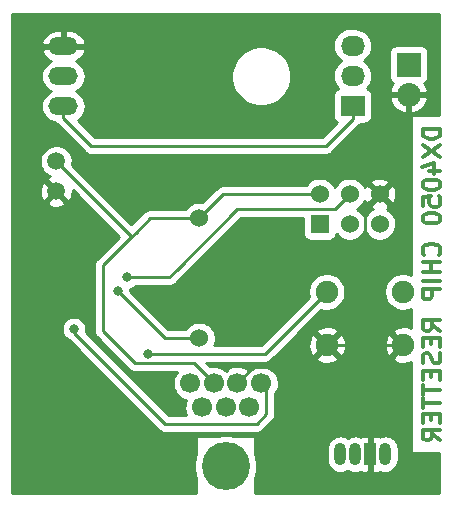
<source format=gbr>
G04 #@! TF.GenerationSoftware,KiCad,Pcbnew,(2017-09-19 revision dddaa7e69)-makepkg*
G04 #@! TF.CreationDate,2017-11-10T03:38:53+01:00*
G04 #@! TF.ProjectId,EPSON_STYLUS_DX4050_INK_CHIP_RESETTER,4550534F4E5F5354594C55535F445834,1*
G04 #@! TF.SameCoordinates,Original*
G04 #@! TF.FileFunction,Copper,L2,Bot,Signal*
G04 #@! TF.FilePolarity,Positive*
%FSLAX46Y46*%
G04 Gerber Fmt 4.6, Leading zero omitted, Abs format (unit mm)*
G04 Created by KiCad (PCBNEW (2017-09-19 revision dddaa7e69)-makepkg) date 11/10/17 03:38:53*
%MOMM*%
%LPD*%
G01*
G04 APERTURE LIST*
%ADD10C,0.300000*%
%ADD11C,1.905000*%
%ADD12C,1.524000*%
%ADD13R,2.032000X2.032000*%
%ADD14O,2.032000X2.032000*%
%ADD15R,2.032000X1.727200*%
%ADD16O,2.032000X1.727200*%
%ADD17O,2.499360X1.501140*%
%ADD18C,1.501140*%
%ADD19R,1.524000X1.524000*%
%ADD20C,1.700000*%
%ADD21O,1.000000X1.900000*%
%ADD22R,1.000000X1.900000*%
%ADD23C,4.064000*%
%ADD24C,0.800000*%
%ADD25C,0.250000*%
%ADD26C,0.254000*%
%ADD27C,0.256000*%
G04 APERTURE END LIST*
D10*
X170428571Y-93957142D02*
X168928571Y-93957142D01*
X168928571Y-94314285D01*
X169000000Y-94528571D01*
X169142857Y-94671428D01*
X169285714Y-94742857D01*
X169571428Y-94814285D01*
X169785714Y-94814285D01*
X170071428Y-94742857D01*
X170214285Y-94671428D01*
X170357142Y-94528571D01*
X170428571Y-94314285D01*
X170428571Y-93957142D01*
X168928571Y-95314285D02*
X170428571Y-96314285D01*
X168928571Y-96314285D02*
X170428571Y-95314285D01*
X169428571Y-97528571D02*
X170428571Y-97528571D01*
X168857142Y-97171428D02*
X169928571Y-96814285D01*
X169928571Y-97742857D01*
X168928571Y-98600000D02*
X168928571Y-98742857D01*
X169000000Y-98885714D01*
X169071428Y-98957142D01*
X169214285Y-99028571D01*
X169500000Y-99100000D01*
X169857142Y-99100000D01*
X170142857Y-99028571D01*
X170285714Y-98957142D01*
X170357142Y-98885714D01*
X170428571Y-98742857D01*
X170428571Y-98600000D01*
X170357142Y-98457142D01*
X170285714Y-98385714D01*
X170142857Y-98314285D01*
X169857142Y-98242857D01*
X169500000Y-98242857D01*
X169214285Y-98314285D01*
X169071428Y-98385714D01*
X169000000Y-98457142D01*
X168928571Y-98600000D01*
X168928571Y-100457142D02*
X168928571Y-99742857D01*
X169642857Y-99671428D01*
X169571428Y-99742857D01*
X169500000Y-99885714D01*
X169500000Y-100242857D01*
X169571428Y-100385714D01*
X169642857Y-100457142D01*
X169785714Y-100528571D01*
X170142857Y-100528571D01*
X170285714Y-100457142D01*
X170357142Y-100385714D01*
X170428571Y-100242857D01*
X170428571Y-99885714D01*
X170357142Y-99742857D01*
X170285714Y-99671428D01*
X168928571Y-101457142D02*
X168928571Y-101600000D01*
X169000000Y-101742857D01*
X169071428Y-101814285D01*
X169214285Y-101885714D01*
X169500000Y-101957142D01*
X169857142Y-101957142D01*
X170142857Y-101885714D01*
X170285714Y-101814285D01*
X170357142Y-101742857D01*
X170428571Y-101600000D01*
X170428571Y-101457142D01*
X170357142Y-101314285D01*
X170285714Y-101242857D01*
X170142857Y-101171428D01*
X169857142Y-101100000D01*
X169500000Y-101100000D01*
X169214285Y-101171428D01*
X169071428Y-101242857D01*
X169000000Y-101314285D01*
X168928571Y-101457142D01*
X170285714Y-104600000D02*
X170357142Y-104528571D01*
X170428571Y-104314285D01*
X170428571Y-104171428D01*
X170357142Y-103957142D01*
X170214285Y-103814285D01*
X170071428Y-103742857D01*
X169785714Y-103671428D01*
X169571428Y-103671428D01*
X169285714Y-103742857D01*
X169142857Y-103814285D01*
X169000000Y-103957142D01*
X168928571Y-104171428D01*
X168928571Y-104314285D01*
X169000000Y-104528571D01*
X169071428Y-104600000D01*
X170428571Y-105242857D02*
X168928571Y-105242857D01*
X169642857Y-105242857D02*
X169642857Y-106100000D01*
X170428571Y-106100000D02*
X168928571Y-106100000D01*
X170428571Y-106814285D02*
X168928571Y-106814285D01*
X170428571Y-107528571D02*
X168928571Y-107528571D01*
X168928571Y-108100000D01*
X169000000Y-108242857D01*
X169071428Y-108314285D01*
X169214285Y-108385714D01*
X169428571Y-108385714D01*
X169571428Y-108314285D01*
X169642857Y-108242857D01*
X169714285Y-108100000D01*
X169714285Y-107528571D01*
X170428571Y-111028571D02*
X169714285Y-110528571D01*
X170428571Y-110171428D02*
X168928571Y-110171428D01*
X168928571Y-110742857D01*
X169000000Y-110885714D01*
X169071428Y-110957142D01*
X169214285Y-111028571D01*
X169428571Y-111028571D01*
X169571428Y-110957142D01*
X169642857Y-110885714D01*
X169714285Y-110742857D01*
X169714285Y-110171428D01*
X169642857Y-111671428D02*
X169642857Y-112171428D01*
X170428571Y-112385714D02*
X170428571Y-111671428D01*
X168928571Y-111671428D01*
X168928571Y-112385714D01*
X170357142Y-112957142D02*
X170428571Y-113171428D01*
X170428571Y-113528571D01*
X170357142Y-113671428D01*
X170285714Y-113742857D01*
X170142857Y-113814285D01*
X170000000Y-113814285D01*
X169857142Y-113742857D01*
X169785714Y-113671428D01*
X169714285Y-113528571D01*
X169642857Y-113242857D01*
X169571428Y-113100000D01*
X169500000Y-113028571D01*
X169357142Y-112957142D01*
X169214285Y-112957142D01*
X169071428Y-113028571D01*
X169000000Y-113100000D01*
X168928571Y-113242857D01*
X168928571Y-113600000D01*
X169000000Y-113814285D01*
X169642857Y-114457142D02*
X169642857Y-114957142D01*
X170428571Y-115171428D02*
X170428571Y-114457142D01*
X168928571Y-114457142D01*
X168928571Y-115171428D01*
X168928571Y-115600000D02*
X168928571Y-116457142D01*
X170428571Y-116028571D02*
X168928571Y-116028571D01*
X168928571Y-116742857D02*
X168928571Y-117600000D01*
X170428571Y-117171428D02*
X168928571Y-117171428D01*
X169642857Y-118100000D02*
X169642857Y-118600000D01*
X170428571Y-118814285D02*
X170428571Y-118100000D01*
X168928571Y-118100000D01*
X168928571Y-118814285D01*
X170428571Y-120314285D02*
X169714285Y-119814285D01*
X170428571Y-119457142D02*
X168928571Y-119457142D01*
X168928571Y-120028571D01*
X169000000Y-120171428D01*
X169071428Y-120242857D01*
X169214285Y-120314285D01*
X169428571Y-120314285D01*
X169571428Y-120242857D01*
X169642857Y-120171428D01*
X169714285Y-120028571D01*
X169714285Y-119457142D01*
D11*
X167248660Y-107752100D03*
X160802140Y-107752100D03*
X167299460Y-112247900D03*
X160850400Y-112247900D03*
D12*
X150000000Y-101520000D03*
X150000000Y-111680000D03*
D13*
X167750000Y-88500000D03*
D14*
X167750000Y-91040000D03*
D15*
X163000000Y-92000000D03*
D16*
X163000000Y-89460000D03*
X163000000Y-86920000D03*
D17*
X138500000Y-89500000D03*
X138500000Y-86960000D03*
X138500000Y-92040000D03*
D18*
X137900000Y-99240000D03*
X137900000Y-96700000D03*
D19*
X160210000Y-102020000D03*
D12*
X160210000Y-99480000D03*
X162750000Y-102020000D03*
X162750000Y-99480000D03*
X165290000Y-102020000D03*
X165290000Y-99480000D03*
D20*
X155250000Y-115500000D03*
X153250000Y-115500000D03*
X151250000Y-115500000D03*
X149250000Y-115500000D03*
X154250000Y-117500000D03*
X152250000Y-117500000D03*
X150250000Y-117500000D03*
D21*
X165750000Y-121500000D03*
D22*
X164480000Y-121500000D03*
D21*
X163210000Y-121500000D03*
X161940000Y-121500000D03*
D23*
X152250000Y-122500000D03*
D24*
X145700000Y-112974500D03*
X143100000Y-107700000D03*
X143900000Y-106500000D03*
X139400000Y-110900000D03*
D25*
X155554200Y-113000000D02*
X145725500Y-113000000D01*
X145725500Y-113000000D02*
X145700000Y-112974500D01*
D26*
X160802100Y-107752100D02*
X155554200Y-113000000D01*
D25*
X138500000Y-86960000D02*
X137000320Y-86960000D01*
X137000320Y-86960000D02*
X136300000Y-87660320D01*
X136300000Y-87660320D02*
X136300000Y-97800000D01*
X136300000Y-97800000D02*
X137740000Y-99240000D01*
X137740000Y-99240000D02*
X137900000Y-99240000D01*
D26*
X138500000Y-87300000D02*
X138500000Y-86960000D01*
D25*
X164500000Y-112247900D02*
X164000000Y-112247900D01*
X164000000Y-112247900D02*
X160850400Y-112247900D01*
X164025400Y-111407300D02*
X164025400Y-112222500D01*
X164025400Y-112222500D02*
X164000000Y-112247900D01*
X167299460Y-112247900D02*
X164500000Y-112247900D01*
X164480000Y-121500000D02*
X164480000Y-120300000D01*
X164480000Y-120300000D02*
X164500000Y-120280000D01*
X164500000Y-120280000D02*
X164500000Y-112247900D01*
D26*
X154632200Y-114117800D02*
X153250000Y-115500000D01*
X158980500Y-114117800D02*
X154632200Y-114117800D01*
X160850400Y-112247900D02*
X158980500Y-114117800D01*
X164025400Y-100744600D02*
X164025400Y-111407300D01*
X165290000Y-99480000D02*
X164025400Y-100744600D01*
D25*
X137900000Y-96700000D02*
X144247600Y-103047600D01*
X144247600Y-103047600D02*
X144300000Y-103047600D01*
D26*
X144623800Y-102723800D02*
X144300000Y-103047600D01*
X144300000Y-103047600D02*
X141869400Y-105478200D01*
X141869400Y-105478200D02*
X141869400Y-111069400D01*
X141869400Y-111069400D02*
X144600000Y-113800000D01*
X144600000Y-113800000D02*
X149550000Y-113800000D01*
X149550000Y-113800000D02*
X151250000Y-115500000D01*
X152040000Y-99480000D02*
X150000000Y-101520000D01*
X160210000Y-99480000D02*
X152040000Y-99480000D01*
X145827600Y-101520000D02*
X144623800Y-102723800D01*
X150000000Y-101520000D02*
X145827600Y-101520000D01*
D25*
X150000000Y-111680000D02*
X147080000Y-111680000D01*
X147080000Y-111680000D02*
X143100000Y-107700000D01*
X138500000Y-92040000D02*
X138500000Y-93040570D01*
X160713600Y-95400000D02*
X163000000Y-93113600D01*
X138500000Y-93040570D02*
X140859430Y-95400000D01*
X140859430Y-95400000D02*
X160713600Y-95400000D01*
X163000000Y-93113600D02*
X163000000Y-92000000D01*
X148115900Y-105869300D02*
X147485200Y-106500000D01*
X147485200Y-106500000D02*
X143900000Y-106500000D01*
D26*
X162750000Y-99480000D02*
X161480000Y-100750000D01*
X161480000Y-100750000D02*
X153235200Y-100750000D01*
X153235200Y-100750000D02*
X148115900Y-105869300D01*
D25*
X147098800Y-118933700D02*
X147098800Y-118898800D01*
X147098800Y-118898800D02*
X139400000Y-111200000D01*
X139400000Y-111200000D02*
X139400000Y-110900000D01*
D26*
X155250000Y-115500000D02*
X155700000Y-115950000D01*
X155700000Y-115950000D02*
X155700000Y-118100000D01*
X155700000Y-118100000D02*
X154866300Y-118933700D01*
X154866300Y-118933700D02*
X147098800Y-118933700D01*
D27*
G36*
X170314000Y-92814000D02*
X167959000Y-92814000D01*
X167959000Y-106327485D01*
X167720665Y-106227298D01*
X167415507Y-106164658D01*
X167103994Y-106162483D01*
X166797991Y-106220856D01*
X166509153Y-106337554D01*
X166248484Y-106508132D01*
X166025911Y-106726091D01*
X165849912Y-106983132D01*
X165727190Y-107269461D01*
X165662422Y-107574175D01*
X165658072Y-107885665D01*
X165714308Y-108192068D01*
X165828986Y-108481713D01*
X165997739Y-108743567D01*
X166214140Y-108967657D01*
X166469945Y-109145446D01*
X166755411Y-109270163D01*
X167059665Y-109337058D01*
X167371118Y-109343582D01*
X167677906Y-109289487D01*
X167959000Y-109180457D01*
X167959000Y-110802326D01*
X167851208Y-110750107D01*
X167548401Y-110671246D01*
X167236028Y-110652975D01*
X166926092Y-110695996D01*
X166630505Y-110798656D01*
X166466109Y-110886527D01*
X166376225Y-111146474D01*
X167299460Y-112069709D01*
X167313602Y-112055567D01*
X167491793Y-112233758D01*
X167477651Y-112247900D01*
X167491793Y-112262042D01*
X167313602Y-112440233D01*
X167299460Y-112426091D01*
X166376225Y-113349326D01*
X166466109Y-113609273D01*
X166747712Y-113745693D01*
X167050519Y-113824554D01*
X167362892Y-113842825D01*
X167672828Y-113799804D01*
X167959000Y-113700414D01*
X167959000Y-121386000D01*
X170314000Y-121386000D01*
X170314000Y-124814000D01*
X154725215Y-124814000D01*
X154728000Y-124800000D01*
X154728000Y-123494128D01*
X154793850Y-123346226D01*
X154909769Y-122836007D01*
X154918114Y-122238389D01*
X154816486Y-121725132D01*
X154728000Y-121510448D01*
X154728000Y-121042326D01*
X160804000Y-121042326D01*
X160804000Y-121957674D01*
X160825635Y-122178324D01*
X160889716Y-122390570D01*
X160993801Y-122586327D01*
X161133928Y-122758138D01*
X161304757Y-122899461D01*
X161499782Y-123004911D01*
X161711575Y-123070471D01*
X161932069Y-123093646D01*
X162152865Y-123073552D01*
X162365553Y-123010955D01*
X162562032Y-122908238D01*
X162573866Y-122898724D01*
X162574757Y-122899461D01*
X162769782Y-123004911D01*
X162981575Y-123070471D01*
X163202069Y-123093646D01*
X163422865Y-123073552D01*
X163635553Y-123010955D01*
X163657549Y-122999456D01*
X163678741Y-123013616D01*
X163794485Y-123061559D01*
X163917359Y-123086000D01*
X164195000Y-123086000D01*
X164354000Y-122927000D01*
X164354000Y-121626000D01*
X164346000Y-121626000D01*
X164346000Y-121374000D01*
X164354000Y-121374000D01*
X164354000Y-120073000D01*
X164606000Y-120073000D01*
X164606000Y-121374000D01*
X164614000Y-121374000D01*
X164614000Y-121626000D01*
X164606000Y-121626000D01*
X164606000Y-122927000D01*
X164765000Y-123086000D01*
X165042641Y-123086000D01*
X165165515Y-123061559D01*
X165281259Y-123013616D01*
X165301217Y-123000280D01*
X165309782Y-123004911D01*
X165521575Y-123070471D01*
X165742069Y-123093646D01*
X165962865Y-123073552D01*
X166175553Y-123010955D01*
X166372032Y-122908238D01*
X166544818Y-122769315D01*
X166687329Y-122599477D01*
X166794138Y-122405192D01*
X166861176Y-122193862D01*
X166885889Y-121973535D01*
X166886000Y-121957674D01*
X166886000Y-121042326D01*
X166864365Y-120821676D01*
X166800284Y-120609430D01*
X166696199Y-120413673D01*
X166556072Y-120241862D01*
X166385243Y-120100539D01*
X166190218Y-119995089D01*
X165978425Y-119929529D01*
X165757931Y-119906354D01*
X165537135Y-119926448D01*
X165324447Y-119989045D01*
X165302451Y-120000544D01*
X165281259Y-119986384D01*
X165165515Y-119938441D01*
X165042641Y-119914000D01*
X164765000Y-119914000D01*
X164606000Y-120073000D01*
X164354000Y-120073000D01*
X164195000Y-119914000D01*
X163917359Y-119914000D01*
X163794485Y-119938441D01*
X163678741Y-119986384D01*
X163658783Y-119999720D01*
X163650218Y-119995089D01*
X163438425Y-119929529D01*
X163217931Y-119906354D01*
X162997135Y-119926448D01*
X162784447Y-119989045D01*
X162587968Y-120091762D01*
X162576134Y-120101276D01*
X162575243Y-120100539D01*
X162380218Y-119995089D01*
X162168425Y-119929529D01*
X161947931Y-119906354D01*
X161727135Y-119926448D01*
X161514447Y-119989045D01*
X161317968Y-120091762D01*
X161145182Y-120230685D01*
X161002671Y-120400523D01*
X160895862Y-120594808D01*
X160828824Y-120806138D01*
X160804111Y-121026465D01*
X160804000Y-121042326D01*
X154728000Y-121042326D01*
X154728000Y-120100000D01*
X154718257Y-120051017D01*
X154690510Y-120009490D01*
X154648983Y-119981743D01*
X154600000Y-119972000D01*
X153121303Y-119972000D01*
X153042766Y-119938986D01*
X152530231Y-119833777D01*
X152007022Y-119830125D01*
X151493068Y-119928167D01*
X151384577Y-119972000D01*
X149900000Y-119972000D01*
X149851017Y-119981743D01*
X149809490Y-120009490D01*
X149781743Y-120051017D01*
X149772000Y-120100000D01*
X149772000Y-121508746D01*
X149694583Y-121689374D01*
X149585799Y-122201162D01*
X149578493Y-122724333D01*
X149672945Y-123238959D01*
X149772000Y-123489143D01*
X149772000Y-124800000D01*
X149774785Y-124814000D01*
X134186000Y-124814000D01*
X134186000Y-100197303D01*
X137120888Y-100197303D01*
X137186343Y-100436629D01*
X137433507Y-100552863D01*
X137698597Y-100618645D01*
X137971427Y-100631447D01*
X138241512Y-100590775D01*
X138498473Y-100498195D01*
X138613657Y-100436629D01*
X138679112Y-100197303D01*
X137900000Y-99418191D01*
X137120888Y-100197303D01*
X134186000Y-100197303D01*
X134186000Y-99311427D01*
X136508553Y-99311427D01*
X136549225Y-99581512D01*
X136641805Y-99838473D01*
X136703371Y-99953657D01*
X136942697Y-100019112D01*
X137721809Y-99240000D01*
X136942697Y-98460888D01*
X136703371Y-98526343D01*
X136587137Y-98773507D01*
X136521355Y-99038597D01*
X136508553Y-99311427D01*
X134186000Y-99311427D01*
X134186000Y-96816587D01*
X136511607Y-96816587D01*
X136560694Y-97084040D01*
X136660795Y-97336865D01*
X136808096Y-97565432D01*
X136996988Y-97761035D01*
X137220275Y-97916224D01*
X137339264Y-97968209D01*
X137301527Y-97981805D01*
X137186343Y-98043371D01*
X137120888Y-98282697D01*
X137900000Y-99061809D01*
X137914142Y-99047667D01*
X138092333Y-99225858D01*
X138078191Y-99240000D01*
X138857303Y-100019112D01*
X139096629Y-99953657D01*
X139212863Y-99706493D01*
X139278645Y-99441403D01*
X139291447Y-99168573D01*
X139291286Y-99167502D01*
X143196170Y-103072386D01*
X141329878Y-104938678D01*
X141285176Y-104993099D01*
X141239838Y-105047130D01*
X141237904Y-105050647D01*
X141235359Y-105053746D01*
X141202051Y-105115865D01*
X141168100Y-105177622D01*
X141166888Y-105181444D01*
X141164990Y-105184983D01*
X141144383Y-105252386D01*
X141123073Y-105319563D01*
X141122625Y-105323553D01*
X141121453Y-105327388D01*
X141114336Y-105397454D01*
X141106474Y-105467547D01*
X141106419Y-105475394D01*
X141106405Y-105475537D01*
X141106418Y-105475670D01*
X141106400Y-105478200D01*
X141106400Y-111069400D01*
X141113278Y-111139544D01*
X141119420Y-111209755D01*
X141120540Y-111213608D01*
X141120931Y-111217601D01*
X141141305Y-111285084D01*
X141160965Y-111352753D01*
X141162811Y-111356314D01*
X141163971Y-111360157D01*
X141197063Y-111422394D01*
X141229494Y-111484960D01*
X141231998Y-111488097D01*
X141233881Y-111491638D01*
X141278404Y-111546228D01*
X141322397Y-111601337D01*
X141327903Y-111606920D01*
X141327998Y-111607036D01*
X141328106Y-111607125D01*
X141329878Y-111608922D01*
X144060478Y-114339523D01*
X144114934Y-114384253D01*
X144168930Y-114429562D01*
X144172446Y-114431495D01*
X144175547Y-114434042D01*
X144237683Y-114467359D01*
X144299422Y-114501300D01*
X144303244Y-114502512D01*
X144306783Y-114504410D01*
X144374186Y-114525017D01*
X144441363Y-114546327D01*
X144445353Y-114546775D01*
X144449188Y-114547947D01*
X144519254Y-114555064D01*
X144589347Y-114562926D01*
X144597194Y-114562981D01*
X144597337Y-114562995D01*
X144597470Y-114562982D01*
X144600000Y-114563000D01*
X148090536Y-114563000D01*
X147941508Y-114780650D01*
X147826705Y-115048504D01*
X147766116Y-115333556D01*
X147762047Y-115624947D01*
X147814654Y-115911579D01*
X147921932Y-116182534D01*
X148079797Y-116427492D01*
X148282234Y-116637121D01*
X148521533Y-116803439D01*
X148788579Y-116920108D01*
X148873713Y-116938826D01*
X148826705Y-117048504D01*
X148766116Y-117333556D01*
X148762047Y-117624947D01*
X148814654Y-117911579D01*
X148917247Y-118170700D01*
X147446917Y-118170700D01*
X140409456Y-111133240D01*
X140432804Y-111030474D01*
X140436045Y-110798415D01*
X140396582Y-110599114D01*
X140319160Y-110411274D01*
X140206727Y-110242049D01*
X140063567Y-110097886D01*
X139895131Y-109984274D01*
X139707836Y-109905543D01*
X139508815Y-109864690D01*
X139305650Y-109863271D01*
X139106079Y-109901342D01*
X138917703Y-109977451D01*
X138747697Y-110088699D01*
X138602538Y-110230850D01*
X138487753Y-110398488D01*
X138407716Y-110585229D01*
X138365475Y-110783959D01*
X138362638Y-110987110D01*
X138399314Y-111186942D01*
X138474106Y-111375845D01*
X138584165Y-111546623D01*
X138725299Y-111692771D01*
X138892132Y-111808723D01*
X138963832Y-111840048D01*
X146443999Y-119320216D01*
X146460349Y-119351491D01*
X146553657Y-119467543D01*
X146667730Y-119563262D01*
X146798222Y-119635000D01*
X146940163Y-119680027D01*
X147088147Y-119696626D01*
X147098800Y-119696700D01*
X154866300Y-119696700D01*
X154936444Y-119689822D01*
X155006655Y-119683680D01*
X155010508Y-119682560D01*
X155014501Y-119682169D01*
X155081984Y-119661795D01*
X155149653Y-119642135D01*
X155153214Y-119640289D01*
X155157057Y-119639129D01*
X155219294Y-119606037D01*
X155281860Y-119573606D01*
X155284997Y-119571102D01*
X155288538Y-119569219D01*
X155343128Y-119524696D01*
X155398237Y-119480703D01*
X155403820Y-119475197D01*
X155403936Y-119475102D01*
X155404025Y-119474994D01*
X155405822Y-119473222D01*
X156239523Y-118639522D01*
X156284253Y-118585066D01*
X156329562Y-118531070D01*
X156331495Y-118527554D01*
X156334042Y-118524453D01*
X156367359Y-118462317D01*
X156401300Y-118400578D01*
X156402512Y-118396756D01*
X156404410Y-118393217D01*
X156425017Y-118325814D01*
X156446327Y-118258637D01*
X156446775Y-118254647D01*
X156447947Y-118250812D01*
X156455064Y-118180746D01*
X156462926Y-118110653D01*
X156462981Y-118102806D01*
X156462995Y-118102663D01*
X156462982Y-118102530D01*
X156463000Y-118100000D01*
X156463000Y-116358499D01*
X156548321Y-116237549D01*
X156666852Y-115971324D01*
X156731416Y-115687146D01*
X156736064Y-115354290D01*
X156679460Y-115068421D01*
X156568409Y-114798990D01*
X156407139Y-114556260D01*
X156201795Y-114349477D01*
X155960197Y-114186518D01*
X155691548Y-114073588D01*
X155406081Y-114014990D01*
X155114668Y-114012955D01*
X154828411Y-114067562D01*
X154558211Y-114176730D01*
X154314361Y-114336300D01*
X154255124Y-114394310D01*
X154216310Y-114355496D01*
X154100102Y-114471704D01*
X154022608Y-114222232D01*
X153758483Y-114096056D01*
X153474816Y-114023833D01*
X153182510Y-114008338D01*
X152892798Y-114050167D01*
X152616813Y-114147711D01*
X152477392Y-114222232D01*
X152399898Y-114471704D01*
X152283690Y-114355496D01*
X152245599Y-114393587D01*
X152201795Y-114349477D01*
X151960197Y-114186518D01*
X151691548Y-114073588D01*
X151406081Y-114014990D01*
X151114668Y-114012955D01*
X150885681Y-114056637D01*
X150590044Y-113761000D01*
X155528186Y-113761000D01*
X155546210Y-113762958D01*
X155694555Y-113749980D01*
X155837553Y-113708435D01*
X155969760Y-113639906D01*
X156086137Y-113547003D01*
X156093722Y-113539522D01*
X156283918Y-113349326D01*
X159927165Y-113349326D01*
X160017049Y-113609273D01*
X160298652Y-113745693D01*
X160601459Y-113824554D01*
X160913832Y-113842825D01*
X161223768Y-113799804D01*
X161519355Y-113697144D01*
X161683751Y-113609273D01*
X161773635Y-113349326D01*
X160850400Y-112426091D01*
X159927165Y-113349326D01*
X156283918Y-113349326D01*
X157321912Y-112311332D01*
X159255475Y-112311332D01*
X159298496Y-112621268D01*
X159401156Y-112916855D01*
X159489027Y-113081251D01*
X159748974Y-113171135D01*
X160672209Y-112247900D01*
X161028591Y-112247900D01*
X161951826Y-113171135D01*
X162211773Y-113081251D01*
X162348193Y-112799648D01*
X162427054Y-112496841D01*
X162437904Y-112311332D01*
X165704535Y-112311332D01*
X165747556Y-112621268D01*
X165850216Y-112916855D01*
X165938087Y-113081251D01*
X166198034Y-113171135D01*
X167121269Y-112247900D01*
X166198034Y-111324665D01*
X165938087Y-111414549D01*
X165801667Y-111696152D01*
X165722806Y-111998959D01*
X165704535Y-112311332D01*
X162437904Y-112311332D01*
X162445325Y-112184468D01*
X162402304Y-111874532D01*
X162299644Y-111578945D01*
X162211773Y-111414549D01*
X161951826Y-111324665D01*
X161028591Y-112247900D01*
X160672209Y-112247900D01*
X159748974Y-111324665D01*
X159489027Y-111414549D01*
X159352607Y-111696152D01*
X159273746Y-111998959D01*
X159255475Y-112311332D01*
X157321912Y-112311332D01*
X158486770Y-111146474D01*
X159927165Y-111146474D01*
X160850400Y-112069709D01*
X161773635Y-111146474D01*
X161683751Y-110886527D01*
X161402148Y-110750107D01*
X161099341Y-110671246D01*
X160786968Y-110652975D01*
X160477032Y-110695996D01*
X160181445Y-110798656D01*
X160017049Y-110886527D01*
X159927165Y-111146474D01*
X158486770Y-111146474D01*
X160353315Y-109279930D01*
X160613145Y-109337058D01*
X160924598Y-109343582D01*
X161231386Y-109289487D01*
X161521824Y-109176833D01*
X161784850Y-109009912D01*
X162010445Y-108795081D01*
X162190016Y-108540523D01*
X162316723Y-108255935D01*
X162385740Y-107952155D01*
X162390708Y-107596340D01*
X162330200Y-107290751D01*
X162211489Y-107002736D01*
X162039096Y-106743264D01*
X161819587Y-106522218D01*
X161561325Y-106348017D01*
X161274145Y-106227298D01*
X160968987Y-106164658D01*
X160657474Y-106162483D01*
X160351471Y-106220856D01*
X160062633Y-106337554D01*
X159801964Y-106508132D01*
X159579391Y-106726091D01*
X159403392Y-106983132D01*
X159280670Y-107269461D01*
X159215902Y-107574175D01*
X159211552Y-107885665D01*
X159267788Y-108192068D01*
X159272127Y-108203028D01*
X155236156Y-112239000D01*
X151281484Y-112239000D01*
X151332947Y-112123412D01*
X151393687Y-111856064D01*
X151398060Y-111542919D01*
X151344808Y-111273979D01*
X151240333Y-111020503D01*
X151088614Y-110792148D01*
X150895430Y-110597611D01*
X150668140Y-110444301D01*
X150415400Y-110338059D01*
X150146838Y-110282931D01*
X149872683Y-110281017D01*
X149603377Y-110332390D01*
X149349178Y-110435093D01*
X149119770Y-110585214D01*
X148923888Y-110777035D01*
X148826683Y-110919000D01*
X147395216Y-110919000D01*
X144135199Y-107658983D01*
X144136045Y-107598415D01*
X144119207Y-107513376D01*
X144179949Y-107502665D01*
X144369369Y-107429193D01*
X144540912Y-107320329D01*
X144603214Y-107261000D01*
X147485200Y-107261000D01*
X147555121Y-107254144D01*
X147625187Y-107248014D01*
X147629030Y-107246897D01*
X147633012Y-107246507D01*
X147700310Y-107226189D01*
X147767811Y-107206578D01*
X147771362Y-107204737D01*
X147775195Y-107203580D01*
X147837294Y-107170561D01*
X147899670Y-107138228D01*
X147902796Y-107135733D01*
X147906331Y-107133853D01*
X147960809Y-107089422D01*
X148015743Y-107045569D01*
X148021311Y-107040078D01*
X148021427Y-107039983D01*
X148021516Y-107039875D01*
X148023308Y-107038108D01*
X148634337Y-106427080D01*
X148647837Y-106416303D01*
X148655422Y-106408822D01*
X153551245Y-101513000D01*
X158808923Y-101513000D01*
X158808923Y-102782000D01*
X158821203Y-102906678D01*
X158857570Y-103026564D01*
X158916627Y-103137052D01*
X158996104Y-103233896D01*
X159092948Y-103313373D01*
X159203436Y-103372430D01*
X159323322Y-103408797D01*
X159448000Y-103421077D01*
X160972000Y-103421077D01*
X161096678Y-103408797D01*
X161216564Y-103372430D01*
X161327052Y-103313373D01*
X161423896Y-103233896D01*
X161503373Y-103137052D01*
X161562430Y-103026564D01*
X161598797Y-102906678D01*
X161606671Y-102826735D01*
X161649096Y-102892566D01*
X161839544Y-103089782D01*
X162064672Y-103246250D01*
X162315904Y-103356010D01*
X162583670Y-103414882D01*
X162857772Y-103420624D01*
X163127769Y-103373016D01*
X163383377Y-103273872D01*
X163614859Y-103126969D01*
X163813399Y-102937902D01*
X163971435Y-102713872D01*
X164018880Y-102607308D01*
X164040580Y-102662115D01*
X164189096Y-102892566D01*
X164379544Y-103089782D01*
X164604672Y-103246250D01*
X164855904Y-103356010D01*
X165123670Y-103414882D01*
X165397772Y-103420624D01*
X165667769Y-103373016D01*
X165923377Y-103273872D01*
X166154859Y-103126969D01*
X166353399Y-102937902D01*
X166511435Y-102713872D01*
X166622947Y-102463412D01*
X166683687Y-102196064D01*
X166688060Y-101882919D01*
X166634808Y-101613979D01*
X166530333Y-101360503D01*
X166378614Y-101132148D01*
X166185430Y-100937611D01*
X165958140Y-100784301D01*
X165882618Y-100752555D01*
X165892466Y-100749015D01*
X166010435Y-100685959D01*
X166077276Y-100445467D01*
X165290000Y-99658191D01*
X164502724Y-100445467D01*
X164569565Y-100685959D01*
X164703544Y-100749087D01*
X164639178Y-100775093D01*
X164409770Y-100925214D01*
X164213888Y-101117035D01*
X164058996Y-101343250D01*
X164020368Y-101433375D01*
X163990333Y-101360503D01*
X163838614Y-101132148D01*
X163645430Y-100937611D01*
X163418140Y-100784301D01*
X163339063Y-100751060D01*
X163383377Y-100733872D01*
X163614859Y-100586969D01*
X163813399Y-100397902D01*
X163971435Y-100173872D01*
X164017030Y-100071464D01*
X164020985Y-100082466D01*
X164084041Y-100200435D01*
X164324533Y-100267276D01*
X165111809Y-99480000D01*
X165468191Y-99480000D01*
X166255467Y-100267276D01*
X166495959Y-100200435D01*
X166613337Y-99951321D01*
X166679859Y-99684095D01*
X166692971Y-99409025D01*
X166652166Y-99136683D01*
X166559015Y-98877534D01*
X166495959Y-98759565D01*
X166255467Y-98692724D01*
X165468191Y-99480000D01*
X165111809Y-99480000D01*
X164324533Y-98692724D01*
X164084041Y-98759565D01*
X164020660Y-98894081D01*
X163990333Y-98820503D01*
X163838614Y-98592148D01*
X163761539Y-98514533D01*
X164502724Y-98514533D01*
X165290000Y-99301809D01*
X166077276Y-98514533D01*
X166010435Y-98274041D01*
X165761321Y-98156663D01*
X165494095Y-98090141D01*
X165219025Y-98077029D01*
X164946683Y-98117834D01*
X164687534Y-98210985D01*
X164569565Y-98274041D01*
X164502724Y-98514533D01*
X163761539Y-98514533D01*
X163645430Y-98397611D01*
X163418140Y-98244301D01*
X163165400Y-98138059D01*
X162896838Y-98082931D01*
X162622683Y-98081017D01*
X162353377Y-98132390D01*
X162099178Y-98235093D01*
X161869770Y-98385214D01*
X161673888Y-98577035D01*
X161518996Y-98803250D01*
X161480368Y-98893375D01*
X161450333Y-98820503D01*
X161298614Y-98592148D01*
X161105430Y-98397611D01*
X160878140Y-98244301D01*
X160625400Y-98138059D01*
X160356838Y-98082931D01*
X160082683Y-98081017D01*
X159813377Y-98132390D01*
X159559178Y-98235093D01*
X159329770Y-98385214D01*
X159133888Y-98577035D01*
X159038052Y-98717000D01*
X152040000Y-98717000D01*
X151969896Y-98723874D01*
X151899645Y-98730020D01*
X151895792Y-98731140D01*
X151891799Y-98731531D01*
X151824316Y-98751905D01*
X151756647Y-98771565D01*
X151753087Y-98773411D01*
X151749243Y-98774571D01*
X151686985Y-98807674D01*
X151624441Y-98840094D01*
X151621306Y-98842597D01*
X151617762Y-98844481D01*
X151563150Y-98889022D01*
X151508063Y-98932997D01*
X151502476Y-98938507D01*
X151502364Y-98938598D01*
X151502278Y-98938702D01*
X151500478Y-98940477D01*
X150288870Y-100152086D01*
X150146838Y-100122931D01*
X149872683Y-100121017D01*
X149603377Y-100172390D01*
X149349178Y-100275093D01*
X149119770Y-100425214D01*
X148923888Y-100617035D01*
X148828052Y-100757000D01*
X145827600Y-100757000D01*
X145757456Y-100763878D01*
X145687245Y-100770020D01*
X145683392Y-100771140D01*
X145679399Y-100771531D01*
X145611916Y-100791905D01*
X145544247Y-100811565D01*
X145540686Y-100813411D01*
X145536843Y-100814571D01*
X145474606Y-100847663D01*
X145412040Y-100880094D01*
X145408903Y-100882598D01*
X145405362Y-100884481D01*
X145350796Y-100928984D01*
X145295662Y-100972997D01*
X145290075Y-100978508D01*
X145289964Y-100978598D01*
X145289879Y-100978701D01*
X145288077Y-100980478D01*
X144272386Y-101996170D01*
X139257957Y-96981741D01*
X139282293Y-96874624D01*
X139286629Y-96564040D01*
X139233813Y-96297298D01*
X139130192Y-96045895D01*
X138979714Y-95819407D01*
X138788109Y-95626460D01*
X138562677Y-95474404D01*
X138312004Y-95369031D01*
X138045637Y-95314354D01*
X137773724Y-95312455D01*
X137506620Y-95363408D01*
X137254499Y-95465271D01*
X137026966Y-95614165D01*
X136832686Y-95804418D01*
X136679060Y-96028783D01*
X136571939Y-96278714D01*
X136515404Y-96544693D01*
X136511607Y-96816587D01*
X134186000Y-96816587D01*
X134186000Y-89490320D01*
X136605230Y-89490320D01*
X136629756Y-89759817D01*
X136706161Y-90019418D01*
X136831534Y-90259235D01*
X137001100Y-90470132D01*
X137208400Y-90644078D01*
X137439154Y-90770936D01*
X137224450Y-90885096D01*
X137014741Y-91056131D01*
X136842247Y-91264640D01*
X136713538Y-91502683D01*
X136633516Y-91761191D01*
X136605230Y-92030320D01*
X136629756Y-92299817D01*
X136706161Y-92559418D01*
X136831534Y-92799235D01*
X137001100Y-93010132D01*
X137208400Y-93184078D01*
X137445538Y-93314445D01*
X137703482Y-93396270D01*
X137839199Y-93411493D01*
X137861772Y-93455040D01*
X137864267Y-93458166D01*
X137866147Y-93461701D01*
X137910578Y-93516179D01*
X137954431Y-93571113D01*
X137959922Y-93576681D01*
X137960017Y-93576797D01*
X137960125Y-93576886D01*
X137961892Y-93578678D01*
X140321322Y-95938108D01*
X140375619Y-95982709D01*
X140429490Y-96027911D01*
X140432996Y-96029839D01*
X140436089Y-96032379D01*
X140498081Y-96065619D01*
X140559640Y-96099462D01*
X140563450Y-96100671D01*
X140566981Y-96102564D01*
X140634246Y-96123128D01*
X140701209Y-96144370D01*
X140705186Y-96144816D01*
X140709013Y-96145986D01*
X140778916Y-96153087D01*
X140848805Y-96160926D01*
X140856631Y-96160981D01*
X140856774Y-96160995D01*
X140856907Y-96160982D01*
X140859430Y-96161000D01*
X160713600Y-96161000D01*
X160783521Y-96154144D01*
X160853587Y-96148014D01*
X160857430Y-96146897D01*
X160861412Y-96146507D01*
X160928710Y-96126189D01*
X160996211Y-96106578D01*
X160999762Y-96104737D01*
X161003595Y-96103580D01*
X161065694Y-96070561D01*
X161128070Y-96038228D01*
X161131196Y-96035733D01*
X161134731Y-96033853D01*
X161189209Y-95989422D01*
X161244143Y-95945569D01*
X161249711Y-95940078D01*
X161249827Y-95939983D01*
X161249916Y-95939875D01*
X161251708Y-95938108D01*
X163538108Y-93651708D01*
X163582709Y-93597411D01*
X163627911Y-93543540D01*
X163629839Y-93540034D01*
X163632379Y-93536941D01*
X163650752Y-93502677D01*
X164016000Y-93502677D01*
X164140678Y-93490397D01*
X164260564Y-93454030D01*
X164371052Y-93394973D01*
X164467896Y-93315496D01*
X164547373Y-93218652D01*
X164606430Y-93108164D01*
X164642797Y-92988278D01*
X164655077Y-92863600D01*
X164655077Y-91422126D01*
X166142802Y-91422126D01*
X166201362Y-91615188D01*
X166343332Y-91906260D01*
X166539360Y-92164042D01*
X166781912Y-92378628D01*
X167061667Y-92541771D01*
X167367874Y-92647202D01*
X167624000Y-92528192D01*
X167624000Y-91166000D01*
X167876000Y-91166000D01*
X167876000Y-92528192D01*
X168132126Y-92647202D01*
X168438333Y-92541771D01*
X168718088Y-92378628D01*
X168960640Y-92164042D01*
X169156668Y-91906260D01*
X169298638Y-91615188D01*
X169357198Y-91422126D01*
X169237674Y-91166000D01*
X167876000Y-91166000D01*
X167624000Y-91166000D01*
X166262326Y-91166000D01*
X166142802Y-91422126D01*
X164655077Y-91422126D01*
X164655077Y-91136400D01*
X164642797Y-91011722D01*
X164606430Y-90891836D01*
X164547373Y-90781348D01*
X164467896Y-90684504D01*
X164371052Y-90605027D01*
X164260564Y-90545970D01*
X164209285Y-90530415D01*
X164217062Y-90524072D01*
X164403618Y-90298566D01*
X164542819Y-90041118D01*
X164629364Y-89761536D01*
X164659956Y-89470469D01*
X164633431Y-89179003D01*
X164550798Y-88898240D01*
X164415205Y-88638874D01*
X164231816Y-88410785D01*
X164007618Y-88222660D01*
X163949511Y-88190715D01*
X163990259Y-88169049D01*
X164217062Y-87984072D01*
X164403618Y-87758566D01*
X164542819Y-87501118D01*
X164548117Y-87484000D01*
X166094923Y-87484000D01*
X166094923Y-89516000D01*
X166107203Y-89640678D01*
X166143570Y-89760564D01*
X166202627Y-89871052D01*
X166282104Y-89967896D01*
X166378948Y-90047373D01*
X166421949Y-90070357D01*
X166343332Y-90173740D01*
X166201362Y-90464812D01*
X166142802Y-90657874D01*
X166262326Y-90914000D01*
X167624000Y-90914000D01*
X167624000Y-90894000D01*
X167876000Y-90894000D01*
X167876000Y-90914000D01*
X169237674Y-90914000D01*
X169357198Y-90657874D01*
X169298638Y-90464812D01*
X169156668Y-90173740D01*
X169078051Y-90070357D01*
X169121052Y-90047373D01*
X169217896Y-89967896D01*
X169297373Y-89871052D01*
X169356430Y-89760564D01*
X169392797Y-89640678D01*
X169405077Y-89516000D01*
X169405077Y-87484000D01*
X169392797Y-87359322D01*
X169356430Y-87239436D01*
X169297373Y-87128948D01*
X169217896Y-87032104D01*
X169121052Y-86952627D01*
X169010564Y-86893570D01*
X168890678Y-86857203D01*
X168766000Y-86844923D01*
X166734000Y-86844923D01*
X166609322Y-86857203D01*
X166489436Y-86893570D01*
X166378948Y-86952627D01*
X166282104Y-87032104D01*
X166202627Y-87128948D01*
X166143570Y-87239436D01*
X166107203Y-87359322D01*
X166094923Y-87484000D01*
X164548117Y-87484000D01*
X164629364Y-87221536D01*
X164659956Y-86930469D01*
X164633431Y-86639003D01*
X164550798Y-86358240D01*
X164415205Y-86098874D01*
X164231816Y-85870785D01*
X164007618Y-85682660D01*
X163751148Y-85541665D01*
X163472177Y-85453170D01*
X163181331Y-85420546D01*
X163160393Y-85420400D01*
X162839607Y-85420400D01*
X162548333Y-85448960D01*
X162268154Y-85533551D01*
X162009741Y-85670951D01*
X161782938Y-85855928D01*
X161596382Y-86081434D01*
X161457181Y-86338882D01*
X161370636Y-86618464D01*
X161340044Y-86909531D01*
X161366569Y-87200997D01*
X161449202Y-87481760D01*
X161584795Y-87741126D01*
X161768184Y-87969215D01*
X161992382Y-88157340D01*
X162050489Y-88189285D01*
X162009741Y-88210951D01*
X161782938Y-88395928D01*
X161596382Y-88621434D01*
X161457181Y-88878882D01*
X161370636Y-89158464D01*
X161340044Y-89449531D01*
X161366569Y-89740997D01*
X161449202Y-90021760D01*
X161584795Y-90281126D01*
X161768184Y-90509215D01*
X161792723Y-90529806D01*
X161739436Y-90545970D01*
X161628948Y-90605027D01*
X161532104Y-90684504D01*
X161452627Y-90781348D01*
X161393570Y-90891836D01*
X161357203Y-91011722D01*
X161344923Y-91136400D01*
X161344923Y-92863600D01*
X161357203Y-92988278D01*
X161393570Y-93108164D01*
X161452627Y-93218652D01*
X161532104Y-93315496D01*
X161628948Y-93394973D01*
X161637721Y-93399663D01*
X160398384Y-94639000D01*
X141174646Y-94639000D01*
X139746171Y-93210525D01*
X139775550Y-93194904D01*
X139985259Y-93023869D01*
X140157753Y-92815360D01*
X140286462Y-92577317D01*
X140366484Y-92318809D01*
X140394770Y-92049680D01*
X140370244Y-91780183D01*
X140293839Y-91520582D01*
X140168466Y-91280765D01*
X139998900Y-91069868D01*
X139791600Y-90895922D01*
X139560846Y-90769064D01*
X139775550Y-90654904D01*
X139985259Y-90483869D01*
X140157753Y-90275360D01*
X140286462Y-90037317D01*
X140366484Y-89778809D01*
X140373376Y-89713227D01*
X152724747Y-89713227D01*
X152814523Y-90202376D01*
X152997598Y-90664772D01*
X153267000Y-91082803D01*
X153612467Y-91440544D01*
X154020841Y-91724371D01*
X154476566Y-91923473D01*
X154962284Y-92030265D01*
X155459495Y-92040680D01*
X155949259Y-91954321D01*
X156412922Y-91774478D01*
X156832822Y-91508001D01*
X157192967Y-91165040D01*
X157479638Y-90758658D01*
X157681916Y-90304334D01*
X157792097Y-89819373D01*
X157800029Y-89251340D01*
X157703432Y-88763492D01*
X157513918Y-88303697D01*
X157238706Y-87889469D01*
X156888277Y-87536586D01*
X156475981Y-87258488D01*
X156017520Y-87065769D01*
X155530358Y-86965769D01*
X155033051Y-86962297D01*
X154544540Y-87055486D01*
X154083434Y-87241785D01*
X153667294Y-87514099D01*
X153311973Y-87862055D01*
X153031004Y-88272400D01*
X152835089Y-88729504D01*
X152731691Y-89215956D01*
X152724747Y-89713227D01*
X140373376Y-89713227D01*
X140394770Y-89509680D01*
X140370244Y-89240183D01*
X140293839Y-88980582D01*
X140168466Y-88740765D01*
X139998900Y-88529868D01*
X139791600Y-88355922D01*
X139559084Y-88228096D01*
X139646136Y-88192806D01*
X139874212Y-88042889D01*
X140068658Y-87851358D01*
X140222002Y-87625572D01*
X140328351Y-87374209D01*
X140343232Y-87300459D01*
X140220196Y-87086000D01*
X138626000Y-87086000D01*
X138626000Y-87106000D01*
X138374000Y-87106000D01*
X138374000Y-87086000D01*
X136779804Y-87086000D01*
X136656768Y-87300459D01*
X136671649Y-87374209D01*
X136777998Y-87625572D01*
X136931342Y-87851358D01*
X137125788Y-88042889D01*
X137353864Y-88192806D01*
X137442947Y-88228919D01*
X137224450Y-88345096D01*
X137014741Y-88516131D01*
X136842247Y-88724640D01*
X136713538Y-88962683D01*
X136633516Y-89221191D01*
X136605230Y-89490320D01*
X134186000Y-89490320D01*
X134186000Y-86619541D01*
X136656768Y-86619541D01*
X136779804Y-86834000D01*
X138374000Y-86834000D01*
X138374000Y-85573430D01*
X138626000Y-85573430D01*
X138626000Y-86834000D01*
X140220196Y-86834000D01*
X140343232Y-86619541D01*
X140328351Y-86545791D01*
X140222002Y-86294428D01*
X140068658Y-86068642D01*
X139874212Y-85877111D01*
X139646136Y-85727194D01*
X139393195Y-85624654D01*
X139125110Y-85573430D01*
X138626000Y-85573430D01*
X138374000Y-85573430D01*
X137874890Y-85573430D01*
X137606805Y-85624654D01*
X137353864Y-85727194D01*
X137125788Y-85877111D01*
X136931342Y-86068642D01*
X136777998Y-86294428D01*
X136671649Y-86545791D01*
X136656768Y-86619541D01*
X134186000Y-86619541D01*
X134186000Y-84186000D01*
X170314000Y-84186000D01*
X170314000Y-92814000D01*
X170314000Y-92814000D01*
G37*
X170314000Y-92814000D02*
X167959000Y-92814000D01*
X167959000Y-106327485D01*
X167720665Y-106227298D01*
X167415507Y-106164658D01*
X167103994Y-106162483D01*
X166797991Y-106220856D01*
X166509153Y-106337554D01*
X166248484Y-106508132D01*
X166025911Y-106726091D01*
X165849912Y-106983132D01*
X165727190Y-107269461D01*
X165662422Y-107574175D01*
X165658072Y-107885665D01*
X165714308Y-108192068D01*
X165828986Y-108481713D01*
X165997739Y-108743567D01*
X166214140Y-108967657D01*
X166469945Y-109145446D01*
X166755411Y-109270163D01*
X167059665Y-109337058D01*
X167371118Y-109343582D01*
X167677906Y-109289487D01*
X167959000Y-109180457D01*
X167959000Y-110802326D01*
X167851208Y-110750107D01*
X167548401Y-110671246D01*
X167236028Y-110652975D01*
X166926092Y-110695996D01*
X166630505Y-110798656D01*
X166466109Y-110886527D01*
X166376225Y-111146474D01*
X167299460Y-112069709D01*
X167313602Y-112055567D01*
X167491793Y-112233758D01*
X167477651Y-112247900D01*
X167491793Y-112262042D01*
X167313602Y-112440233D01*
X167299460Y-112426091D01*
X166376225Y-113349326D01*
X166466109Y-113609273D01*
X166747712Y-113745693D01*
X167050519Y-113824554D01*
X167362892Y-113842825D01*
X167672828Y-113799804D01*
X167959000Y-113700414D01*
X167959000Y-121386000D01*
X170314000Y-121386000D01*
X170314000Y-124814000D01*
X154725215Y-124814000D01*
X154728000Y-124800000D01*
X154728000Y-123494128D01*
X154793850Y-123346226D01*
X154909769Y-122836007D01*
X154918114Y-122238389D01*
X154816486Y-121725132D01*
X154728000Y-121510448D01*
X154728000Y-121042326D01*
X160804000Y-121042326D01*
X160804000Y-121957674D01*
X160825635Y-122178324D01*
X160889716Y-122390570D01*
X160993801Y-122586327D01*
X161133928Y-122758138D01*
X161304757Y-122899461D01*
X161499782Y-123004911D01*
X161711575Y-123070471D01*
X161932069Y-123093646D01*
X162152865Y-123073552D01*
X162365553Y-123010955D01*
X162562032Y-122908238D01*
X162573866Y-122898724D01*
X162574757Y-122899461D01*
X162769782Y-123004911D01*
X162981575Y-123070471D01*
X163202069Y-123093646D01*
X163422865Y-123073552D01*
X163635553Y-123010955D01*
X163657549Y-122999456D01*
X163678741Y-123013616D01*
X163794485Y-123061559D01*
X163917359Y-123086000D01*
X164195000Y-123086000D01*
X164354000Y-122927000D01*
X164354000Y-121626000D01*
X164346000Y-121626000D01*
X164346000Y-121374000D01*
X164354000Y-121374000D01*
X164354000Y-120073000D01*
X164606000Y-120073000D01*
X164606000Y-121374000D01*
X164614000Y-121374000D01*
X164614000Y-121626000D01*
X164606000Y-121626000D01*
X164606000Y-122927000D01*
X164765000Y-123086000D01*
X165042641Y-123086000D01*
X165165515Y-123061559D01*
X165281259Y-123013616D01*
X165301217Y-123000280D01*
X165309782Y-123004911D01*
X165521575Y-123070471D01*
X165742069Y-123093646D01*
X165962865Y-123073552D01*
X166175553Y-123010955D01*
X166372032Y-122908238D01*
X166544818Y-122769315D01*
X166687329Y-122599477D01*
X166794138Y-122405192D01*
X166861176Y-122193862D01*
X166885889Y-121973535D01*
X166886000Y-121957674D01*
X166886000Y-121042326D01*
X166864365Y-120821676D01*
X166800284Y-120609430D01*
X166696199Y-120413673D01*
X166556072Y-120241862D01*
X166385243Y-120100539D01*
X166190218Y-119995089D01*
X165978425Y-119929529D01*
X165757931Y-119906354D01*
X165537135Y-119926448D01*
X165324447Y-119989045D01*
X165302451Y-120000544D01*
X165281259Y-119986384D01*
X165165515Y-119938441D01*
X165042641Y-119914000D01*
X164765000Y-119914000D01*
X164606000Y-120073000D01*
X164354000Y-120073000D01*
X164195000Y-119914000D01*
X163917359Y-119914000D01*
X163794485Y-119938441D01*
X163678741Y-119986384D01*
X163658783Y-119999720D01*
X163650218Y-119995089D01*
X163438425Y-119929529D01*
X163217931Y-119906354D01*
X162997135Y-119926448D01*
X162784447Y-119989045D01*
X162587968Y-120091762D01*
X162576134Y-120101276D01*
X162575243Y-120100539D01*
X162380218Y-119995089D01*
X162168425Y-119929529D01*
X161947931Y-119906354D01*
X161727135Y-119926448D01*
X161514447Y-119989045D01*
X161317968Y-120091762D01*
X161145182Y-120230685D01*
X161002671Y-120400523D01*
X160895862Y-120594808D01*
X160828824Y-120806138D01*
X160804111Y-121026465D01*
X160804000Y-121042326D01*
X154728000Y-121042326D01*
X154728000Y-120100000D01*
X154718257Y-120051017D01*
X154690510Y-120009490D01*
X154648983Y-119981743D01*
X154600000Y-119972000D01*
X153121303Y-119972000D01*
X153042766Y-119938986D01*
X152530231Y-119833777D01*
X152007022Y-119830125D01*
X151493068Y-119928167D01*
X151384577Y-119972000D01*
X149900000Y-119972000D01*
X149851017Y-119981743D01*
X149809490Y-120009490D01*
X149781743Y-120051017D01*
X149772000Y-120100000D01*
X149772000Y-121508746D01*
X149694583Y-121689374D01*
X149585799Y-122201162D01*
X149578493Y-122724333D01*
X149672945Y-123238959D01*
X149772000Y-123489143D01*
X149772000Y-124800000D01*
X149774785Y-124814000D01*
X134186000Y-124814000D01*
X134186000Y-100197303D01*
X137120888Y-100197303D01*
X137186343Y-100436629D01*
X137433507Y-100552863D01*
X137698597Y-100618645D01*
X137971427Y-100631447D01*
X138241512Y-100590775D01*
X138498473Y-100498195D01*
X138613657Y-100436629D01*
X138679112Y-100197303D01*
X137900000Y-99418191D01*
X137120888Y-100197303D01*
X134186000Y-100197303D01*
X134186000Y-99311427D01*
X136508553Y-99311427D01*
X136549225Y-99581512D01*
X136641805Y-99838473D01*
X136703371Y-99953657D01*
X136942697Y-100019112D01*
X137721809Y-99240000D01*
X136942697Y-98460888D01*
X136703371Y-98526343D01*
X136587137Y-98773507D01*
X136521355Y-99038597D01*
X136508553Y-99311427D01*
X134186000Y-99311427D01*
X134186000Y-96816587D01*
X136511607Y-96816587D01*
X136560694Y-97084040D01*
X136660795Y-97336865D01*
X136808096Y-97565432D01*
X136996988Y-97761035D01*
X137220275Y-97916224D01*
X137339264Y-97968209D01*
X137301527Y-97981805D01*
X137186343Y-98043371D01*
X137120888Y-98282697D01*
X137900000Y-99061809D01*
X137914142Y-99047667D01*
X138092333Y-99225858D01*
X138078191Y-99240000D01*
X138857303Y-100019112D01*
X139096629Y-99953657D01*
X139212863Y-99706493D01*
X139278645Y-99441403D01*
X139291447Y-99168573D01*
X139291286Y-99167502D01*
X143196170Y-103072386D01*
X141329878Y-104938678D01*
X141285176Y-104993099D01*
X141239838Y-105047130D01*
X141237904Y-105050647D01*
X141235359Y-105053746D01*
X141202051Y-105115865D01*
X141168100Y-105177622D01*
X141166888Y-105181444D01*
X141164990Y-105184983D01*
X141144383Y-105252386D01*
X141123073Y-105319563D01*
X141122625Y-105323553D01*
X141121453Y-105327388D01*
X141114336Y-105397454D01*
X141106474Y-105467547D01*
X141106419Y-105475394D01*
X141106405Y-105475537D01*
X141106418Y-105475670D01*
X141106400Y-105478200D01*
X141106400Y-111069400D01*
X141113278Y-111139544D01*
X141119420Y-111209755D01*
X141120540Y-111213608D01*
X141120931Y-111217601D01*
X141141305Y-111285084D01*
X141160965Y-111352753D01*
X141162811Y-111356314D01*
X141163971Y-111360157D01*
X141197063Y-111422394D01*
X141229494Y-111484960D01*
X141231998Y-111488097D01*
X141233881Y-111491638D01*
X141278404Y-111546228D01*
X141322397Y-111601337D01*
X141327903Y-111606920D01*
X141327998Y-111607036D01*
X141328106Y-111607125D01*
X141329878Y-111608922D01*
X144060478Y-114339523D01*
X144114934Y-114384253D01*
X144168930Y-114429562D01*
X144172446Y-114431495D01*
X144175547Y-114434042D01*
X144237683Y-114467359D01*
X144299422Y-114501300D01*
X144303244Y-114502512D01*
X144306783Y-114504410D01*
X144374186Y-114525017D01*
X144441363Y-114546327D01*
X144445353Y-114546775D01*
X144449188Y-114547947D01*
X144519254Y-114555064D01*
X144589347Y-114562926D01*
X144597194Y-114562981D01*
X144597337Y-114562995D01*
X144597470Y-114562982D01*
X144600000Y-114563000D01*
X148090536Y-114563000D01*
X147941508Y-114780650D01*
X147826705Y-115048504D01*
X147766116Y-115333556D01*
X147762047Y-115624947D01*
X147814654Y-115911579D01*
X147921932Y-116182534D01*
X148079797Y-116427492D01*
X148282234Y-116637121D01*
X148521533Y-116803439D01*
X148788579Y-116920108D01*
X148873713Y-116938826D01*
X148826705Y-117048504D01*
X148766116Y-117333556D01*
X148762047Y-117624947D01*
X148814654Y-117911579D01*
X148917247Y-118170700D01*
X147446917Y-118170700D01*
X140409456Y-111133240D01*
X140432804Y-111030474D01*
X140436045Y-110798415D01*
X140396582Y-110599114D01*
X140319160Y-110411274D01*
X140206727Y-110242049D01*
X140063567Y-110097886D01*
X139895131Y-109984274D01*
X139707836Y-109905543D01*
X139508815Y-109864690D01*
X139305650Y-109863271D01*
X139106079Y-109901342D01*
X138917703Y-109977451D01*
X138747697Y-110088699D01*
X138602538Y-110230850D01*
X138487753Y-110398488D01*
X138407716Y-110585229D01*
X138365475Y-110783959D01*
X138362638Y-110987110D01*
X138399314Y-111186942D01*
X138474106Y-111375845D01*
X138584165Y-111546623D01*
X138725299Y-111692771D01*
X138892132Y-111808723D01*
X138963832Y-111840048D01*
X146443999Y-119320216D01*
X146460349Y-119351491D01*
X146553657Y-119467543D01*
X146667730Y-119563262D01*
X146798222Y-119635000D01*
X146940163Y-119680027D01*
X147088147Y-119696626D01*
X147098800Y-119696700D01*
X154866300Y-119696700D01*
X154936444Y-119689822D01*
X155006655Y-119683680D01*
X155010508Y-119682560D01*
X155014501Y-119682169D01*
X155081984Y-119661795D01*
X155149653Y-119642135D01*
X155153214Y-119640289D01*
X155157057Y-119639129D01*
X155219294Y-119606037D01*
X155281860Y-119573606D01*
X155284997Y-119571102D01*
X155288538Y-119569219D01*
X155343128Y-119524696D01*
X155398237Y-119480703D01*
X155403820Y-119475197D01*
X155403936Y-119475102D01*
X155404025Y-119474994D01*
X155405822Y-119473222D01*
X156239523Y-118639522D01*
X156284253Y-118585066D01*
X156329562Y-118531070D01*
X156331495Y-118527554D01*
X156334042Y-118524453D01*
X156367359Y-118462317D01*
X156401300Y-118400578D01*
X156402512Y-118396756D01*
X156404410Y-118393217D01*
X156425017Y-118325814D01*
X156446327Y-118258637D01*
X156446775Y-118254647D01*
X156447947Y-118250812D01*
X156455064Y-118180746D01*
X156462926Y-118110653D01*
X156462981Y-118102806D01*
X156462995Y-118102663D01*
X156462982Y-118102530D01*
X156463000Y-118100000D01*
X156463000Y-116358499D01*
X156548321Y-116237549D01*
X156666852Y-115971324D01*
X156731416Y-115687146D01*
X156736064Y-115354290D01*
X156679460Y-115068421D01*
X156568409Y-114798990D01*
X156407139Y-114556260D01*
X156201795Y-114349477D01*
X155960197Y-114186518D01*
X155691548Y-114073588D01*
X155406081Y-114014990D01*
X155114668Y-114012955D01*
X154828411Y-114067562D01*
X154558211Y-114176730D01*
X154314361Y-114336300D01*
X154255124Y-114394310D01*
X154216310Y-114355496D01*
X154100102Y-114471704D01*
X154022608Y-114222232D01*
X153758483Y-114096056D01*
X153474816Y-114023833D01*
X153182510Y-114008338D01*
X152892798Y-114050167D01*
X152616813Y-114147711D01*
X152477392Y-114222232D01*
X152399898Y-114471704D01*
X152283690Y-114355496D01*
X152245599Y-114393587D01*
X152201795Y-114349477D01*
X151960197Y-114186518D01*
X151691548Y-114073588D01*
X151406081Y-114014990D01*
X151114668Y-114012955D01*
X150885681Y-114056637D01*
X150590044Y-113761000D01*
X155528186Y-113761000D01*
X155546210Y-113762958D01*
X155694555Y-113749980D01*
X155837553Y-113708435D01*
X155969760Y-113639906D01*
X156086137Y-113547003D01*
X156093722Y-113539522D01*
X156283918Y-113349326D01*
X159927165Y-113349326D01*
X160017049Y-113609273D01*
X160298652Y-113745693D01*
X160601459Y-113824554D01*
X160913832Y-113842825D01*
X161223768Y-113799804D01*
X161519355Y-113697144D01*
X161683751Y-113609273D01*
X161773635Y-113349326D01*
X160850400Y-112426091D01*
X159927165Y-113349326D01*
X156283918Y-113349326D01*
X157321912Y-112311332D01*
X159255475Y-112311332D01*
X159298496Y-112621268D01*
X159401156Y-112916855D01*
X159489027Y-113081251D01*
X159748974Y-113171135D01*
X160672209Y-112247900D01*
X161028591Y-112247900D01*
X161951826Y-113171135D01*
X162211773Y-113081251D01*
X162348193Y-112799648D01*
X162427054Y-112496841D01*
X162437904Y-112311332D01*
X165704535Y-112311332D01*
X165747556Y-112621268D01*
X165850216Y-112916855D01*
X165938087Y-113081251D01*
X166198034Y-113171135D01*
X167121269Y-112247900D01*
X166198034Y-111324665D01*
X165938087Y-111414549D01*
X165801667Y-111696152D01*
X165722806Y-111998959D01*
X165704535Y-112311332D01*
X162437904Y-112311332D01*
X162445325Y-112184468D01*
X162402304Y-111874532D01*
X162299644Y-111578945D01*
X162211773Y-111414549D01*
X161951826Y-111324665D01*
X161028591Y-112247900D01*
X160672209Y-112247900D01*
X159748974Y-111324665D01*
X159489027Y-111414549D01*
X159352607Y-111696152D01*
X159273746Y-111998959D01*
X159255475Y-112311332D01*
X157321912Y-112311332D01*
X158486770Y-111146474D01*
X159927165Y-111146474D01*
X160850400Y-112069709D01*
X161773635Y-111146474D01*
X161683751Y-110886527D01*
X161402148Y-110750107D01*
X161099341Y-110671246D01*
X160786968Y-110652975D01*
X160477032Y-110695996D01*
X160181445Y-110798656D01*
X160017049Y-110886527D01*
X159927165Y-111146474D01*
X158486770Y-111146474D01*
X160353315Y-109279930D01*
X160613145Y-109337058D01*
X160924598Y-109343582D01*
X161231386Y-109289487D01*
X161521824Y-109176833D01*
X161784850Y-109009912D01*
X162010445Y-108795081D01*
X162190016Y-108540523D01*
X162316723Y-108255935D01*
X162385740Y-107952155D01*
X162390708Y-107596340D01*
X162330200Y-107290751D01*
X162211489Y-107002736D01*
X162039096Y-106743264D01*
X161819587Y-106522218D01*
X161561325Y-106348017D01*
X161274145Y-106227298D01*
X160968987Y-106164658D01*
X160657474Y-106162483D01*
X160351471Y-106220856D01*
X160062633Y-106337554D01*
X159801964Y-106508132D01*
X159579391Y-106726091D01*
X159403392Y-106983132D01*
X159280670Y-107269461D01*
X159215902Y-107574175D01*
X159211552Y-107885665D01*
X159267788Y-108192068D01*
X159272127Y-108203028D01*
X155236156Y-112239000D01*
X151281484Y-112239000D01*
X151332947Y-112123412D01*
X151393687Y-111856064D01*
X151398060Y-111542919D01*
X151344808Y-111273979D01*
X151240333Y-111020503D01*
X151088614Y-110792148D01*
X150895430Y-110597611D01*
X150668140Y-110444301D01*
X150415400Y-110338059D01*
X150146838Y-110282931D01*
X149872683Y-110281017D01*
X149603377Y-110332390D01*
X149349178Y-110435093D01*
X149119770Y-110585214D01*
X148923888Y-110777035D01*
X148826683Y-110919000D01*
X147395216Y-110919000D01*
X144135199Y-107658983D01*
X144136045Y-107598415D01*
X144119207Y-107513376D01*
X144179949Y-107502665D01*
X144369369Y-107429193D01*
X144540912Y-107320329D01*
X144603214Y-107261000D01*
X147485200Y-107261000D01*
X147555121Y-107254144D01*
X147625187Y-107248014D01*
X147629030Y-107246897D01*
X147633012Y-107246507D01*
X147700310Y-107226189D01*
X147767811Y-107206578D01*
X147771362Y-107204737D01*
X147775195Y-107203580D01*
X147837294Y-107170561D01*
X147899670Y-107138228D01*
X147902796Y-107135733D01*
X147906331Y-107133853D01*
X147960809Y-107089422D01*
X148015743Y-107045569D01*
X148021311Y-107040078D01*
X148021427Y-107039983D01*
X148021516Y-107039875D01*
X148023308Y-107038108D01*
X148634337Y-106427080D01*
X148647837Y-106416303D01*
X148655422Y-106408822D01*
X153551245Y-101513000D01*
X158808923Y-101513000D01*
X158808923Y-102782000D01*
X158821203Y-102906678D01*
X158857570Y-103026564D01*
X158916627Y-103137052D01*
X158996104Y-103233896D01*
X159092948Y-103313373D01*
X159203436Y-103372430D01*
X159323322Y-103408797D01*
X159448000Y-103421077D01*
X160972000Y-103421077D01*
X161096678Y-103408797D01*
X161216564Y-103372430D01*
X161327052Y-103313373D01*
X161423896Y-103233896D01*
X161503373Y-103137052D01*
X161562430Y-103026564D01*
X161598797Y-102906678D01*
X161606671Y-102826735D01*
X161649096Y-102892566D01*
X161839544Y-103089782D01*
X162064672Y-103246250D01*
X162315904Y-103356010D01*
X162583670Y-103414882D01*
X162857772Y-103420624D01*
X163127769Y-103373016D01*
X163383377Y-103273872D01*
X163614859Y-103126969D01*
X163813399Y-102937902D01*
X163971435Y-102713872D01*
X164018880Y-102607308D01*
X164040580Y-102662115D01*
X164189096Y-102892566D01*
X164379544Y-103089782D01*
X164604672Y-103246250D01*
X164855904Y-103356010D01*
X165123670Y-103414882D01*
X165397772Y-103420624D01*
X165667769Y-103373016D01*
X165923377Y-103273872D01*
X166154859Y-103126969D01*
X166353399Y-102937902D01*
X166511435Y-102713872D01*
X166622947Y-102463412D01*
X166683687Y-102196064D01*
X166688060Y-101882919D01*
X166634808Y-101613979D01*
X166530333Y-101360503D01*
X166378614Y-101132148D01*
X166185430Y-100937611D01*
X165958140Y-100784301D01*
X165882618Y-100752555D01*
X165892466Y-100749015D01*
X166010435Y-100685959D01*
X166077276Y-100445467D01*
X165290000Y-99658191D01*
X164502724Y-100445467D01*
X164569565Y-100685959D01*
X164703544Y-100749087D01*
X164639178Y-100775093D01*
X164409770Y-100925214D01*
X164213888Y-101117035D01*
X164058996Y-101343250D01*
X164020368Y-101433375D01*
X163990333Y-101360503D01*
X163838614Y-101132148D01*
X163645430Y-100937611D01*
X163418140Y-100784301D01*
X163339063Y-100751060D01*
X163383377Y-100733872D01*
X163614859Y-100586969D01*
X163813399Y-100397902D01*
X163971435Y-100173872D01*
X164017030Y-100071464D01*
X164020985Y-100082466D01*
X164084041Y-100200435D01*
X164324533Y-100267276D01*
X165111809Y-99480000D01*
X165468191Y-99480000D01*
X166255467Y-100267276D01*
X166495959Y-100200435D01*
X166613337Y-99951321D01*
X166679859Y-99684095D01*
X166692971Y-99409025D01*
X166652166Y-99136683D01*
X166559015Y-98877534D01*
X166495959Y-98759565D01*
X166255467Y-98692724D01*
X165468191Y-99480000D01*
X165111809Y-99480000D01*
X164324533Y-98692724D01*
X164084041Y-98759565D01*
X164020660Y-98894081D01*
X163990333Y-98820503D01*
X163838614Y-98592148D01*
X163761539Y-98514533D01*
X164502724Y-98514533D01*
X165290000Y-99301809D01*
X166077276Y-98514533D01*
X166010435Y-98274041D01*
X165761321Y-98156663D01*
X165494095Y-98090141D01*
X165219025Y-98077029D01*
X164946683Y-98117834D01*
X164687534Y-98210985D01*
X164569565Y-98274041D01*
X164502724Y-98514533D01*
X163761539Y-98514533D01*
X163645430Y-98397611D01*
X163418140Y-98244301D01*
X163165400Y-98138059D01*
X162896838Y-98082931D01*
X162622683Y-98081017D01*
X162353377Y-98132390D01*
X162099178Y-98235093D01*
X161869770Y-98385214D01*
X161673888Y-98577035D01*
X161518996Y-98803250D01*
X161480368Y-98893375D01*
X161450333Y-98820503D01*
X161298614Y-98592148D01*
X161105430Y-98397611D01*
X160878140Y-98244301D01*
X160625400Y-98138059D01*
X160356838Y-98082931D01*
X160082683Y-98081017D01*
X159813377Y-98132390D01*
X159559178Y-98235093D01*
X159329770Y-98385214D01*
X159133888Y-98577035D01*
X159038052Y-98717000D01*
X152040000Y-98717000D01*
X151969896Y-98723874D01*
X151899645Y-98730020D01*
X151895792Y-98731140D01*
X151891799Y-98731531D01*
X151824316Y-98751905D01*
X151756647Y-98771565D01*
X151753087Y-98773411D01*
X151749243Y-98774571D01*
X151686985Y-98807674D01*
X151624441Y-98840094D01*
X151621306Y-98842597D01*
X151617762Y-98844481D01*
X151563150Y-98889022D01*
X151508063Y-98932997D01*
X151502476Y-98938507D01*
X151502364Y-98938598D01*
X151502278Y-98938702D01*
X151500478Y-98940477D01*
X150288870Y-100152086D01*
X150146838Y-100122931D01*
X149872683Y-100121017D01*
X149603377Y-100172390D01*
X149349178Y-100275093D01*
X149119770Y-100425214D01*
X148923888Y-100617035D01*
X148828052Y-100757000D01*
X145827600Y-100757000D01*
X145757456Y-100763878D01*
X145687245Y-100770020D01*
X145683392Y-100771140D01*
X145679399Y-100771531D01*
X145611916Y-100791905D01*
X145544247Y-100811565D01*
X145540686Y-100813411D01*
X145536843Y-100814571D01*
X145474606Y-100847663D01*
X145412040Y-100880094D01*
X145408903Y-100882598D01*
X145405362Y-100884481D01*
X145350796Y-100928984D01*
X145295662Y-100972997D01*
X145290075Y-100978508D01*
X145289964Y-100978598D01*
X145289879Y-100978701D01*
X145288077Y-100980478D01*
X144272386Y-101996170D01*
X139257957Y-96981741D01*
X139282293Y-96874624D01*
X139286629Y-96564040D01*
X139233813Y-96297298D01*
X139130192Y-96045895D01*
X138979714Y-95819407D01*
X138788109Y-95626460D01*
X138562677Y-95474404D01*
X138312004Y-95369031D01*
X138045637Y-95314354D01*
X137773724Y-95312455D01*
X137506620Y-95363408D01*
X137254499Y-95465271D01*
X137026966Y-95614165D01*
X136832686Y-95804418D01*
X136679060Y-96028783D01*
X136571939Y-96278714D01*
X136515404Y-96544693D01*
X136511607Y-96816587D01*
X134186000Y-96816587D01*
X134186000Y-89490320D01*
X136605230Y-89490320D01*
X136629756Y-89759817D01*
X136706161Y-90019418D01*
X136831534Y-90259235D01*
X137001100Y-90470132D01*
X137208400Y-90644078D01*
X137439154Y-90770936D01*
X137224450Y-90885096D01*
X137014741Y-91056131D01*
X136842247Y-91264640D01*
X136713538Y-91502683D01*
X136633516Y-91761191D01*
X136605230Y-92030320D01*
X136629756Y-92299817D01*
X136706161Y-92559418D01*
X136831534Y-92799235D01*
X137001100Y-93010132D01*
X137208400Y-93184078D01*
X137445538Y-93314445D01*
X137703482Y-93396270D01*
X137839199Y-93411493D01*
X137861772Y-93455040D01*
X137864267Y-93458166D01*
X137866147Y-93461701D01*
X137910578Y-93516179D01*
X137954431Y-93571113D01*
X137959922Y-93576681D01*
X137960017Y-93576797D01*
X137960125Y-93576886D01*
X137961892Y-93578678D01*
X140321322Y-95938108D01*
X140375619Y-95982709D01*
X140429490Y-96027911D01*
X140432996Y-96029839D01*
X140436089Y-96032379D01*
X140498081Y-96065619D01*
X140559640Y-96099462D01*
X140563450Y-96100671D01*
X140566981Y-96102564D01*
X140634246Y-96123128D01*
X140701209Y-96144370D01*
X140705186Y-96144816D01*
X140709013Y-96145986D01*
X140778916Y-96153087D01*
X140848805Y-96160926D01*
X140856631Y-96160981D01*
X140856774Y-96160995D01*
X140856907Y-96160982D01*
X140859430Y-96161000D01*
X160713600Y-96161000D01*
X160783521Y-96154144D01*
X160853587Y-96148014D01*
X160857430Y-96146897D01*
X160861412Y-96146507D01*
X160928710Y-96126189D01*
X160996211Y-96106578D01*
X160999762Y-96104737D01*
X161003595Y-96103580D01*
X161065694Y-96070561D01*
X161128070Y-96038228D01*
X161131196Y-96035733D01*
X161134731Y-96033853D01*
X161189209Y-95989422D01*
X161244143Y-95945569D01*
X161249711Y-95940078D01*
X161249827Y-95939983D01*
X161249916Y-95939875D01*
X161251708Y-95938108D01*
X163538108Y-93651708D01*
X163582709Y-93597411D01*
X163627911Y-93543540D01*
X163629839Y-93540034D01*
X163632379Y-93536941D01*
X163650752Y-93502677D01*
X164016000Y-93502677D01*
X164140678Y-93490397D01*
X164260564Y-93454030D01*
X164371052Y-93394973D01*
X164467896Y-93315496D01*
X164547373Y-93218652D01*
X164606430Y-93108164D01*
X164642797Y-92988278D01*
X164655077Y-92863600D01*
X164655077Y-91422126D01*
X166142802Y-91422126D01*
X166201362Y-91615188D01*
X166343332Y-91906260D01*
X166539360Y-92164042D01*
X166781912Y-92378628D01*
X167061667Y-92541771D01*
X167367874Y-92647202D01*
X167624000Y-92528192D01*
X167624000Y-91166000D01*
X167876000Y-91166000D01*
X167876000Y-92528192D01*
X168132126Y-92647202D01*
X168438333Y-92541771D01*
X168718088Y-92378628D01*
X168960640Y-92164042D01*
X169156668Y-91906260D01*
X169298638Y-91615188D01*
X169357198Y-91422126D01*
X169237674Y-91166000D01*
X167876000Y-91166000D01*
X167624000Y-91166000D01*
X166262326Y-91166000D01*
X166142802Y-91422126D01*
X164655077Y-91422126D01*
X164655077Y-91136400D01*
X164642797Y-91011722D01*
X164606430Y-90891836D01*
X164547373Y-90781348D01*
X164467896Y-90684504D01*
X164371052Y-90605027D01*
X164260564Y-90545970D01*
X164209285Y-90530415D01*
X164217062Y-90524072D01*
X164403618Y-90298566D01*
X164542819Y-90041118D01*
X164629364Y-89761536D01*
X164659956Y-89470469D01*
X164633431Y-89179003D01*
X164550798Y-88898240D01*
X164415205Y-88638874D01*
X164231816Y-88410785D01*
X164007618Y-88222660D01*
X163949511Y-88190715D01*
X163990259Y-88169049D01*
X164217062Y-87984072D01*
X164403618Y-87758566D01*
X164542819Y-87501118D01*
X164548117Y-87484000D01*
X166094923Y-87484000D01*
X166094923Y-89516000D01*
X166107203Y-89640678D01*
X166143570Y-89760564D01*
X166202627Y-89871052D01*
X166282104Y-89967896D01*
X166378948Y-90047373D01*
X166421949Y-90070357D01*
X166343332Y-90173740D01*
X166201362Y-90464812D01*
X166142802Y-90657874D01*
X166262326Y-90914000D01*
X167624000Y-90914000D01*
X167624000Y-90894000D01*
X167876000Y-90894000D01*
X167876000Y-90914000D01*
X169237674Y-90914000D01*
X169357198Y-90657874D01*
X169298638Y-90464812D01*
X169156668Y-90173740D01*
X169078051Y-90070357D01*
X169121052Y-90047373D01*
X169217896Y-89967896D01*
X169297373Y-89871052D01*
X169356430Y-89760564D01*
X169392797Y-89640678D01*
X169405077Y-89516000D01*
X169405077Y-87484000D01*
X169392797Y-87359322D01*
X169356430Y-87239436D01*
X169297373Y-87128948D01*
X169217896Y-87032104D01*
X169121052Y-86952627D01*
X169010564Y-86893570D01*
X168890678Y-86857203D01*
X168766000Y-86844923D01*
X166734000Y-86844923D01*
X166609322Y-86857203D01*
X166489436Y-86893570D01*
X166378948Y-86952627D01*
X166282104Y-87032104D01*
X166202627Y-87128948D01*
X166143570Y-87239436D01*
X166107203Y-87359322D01*
X166094923Y-87484000D01*
X164548117Y-87484000D01*
X164629364Y-87221536D01*
X164659956Y-86930469D01*
X164633431Y-86639003D01*
X164550798Y-86358240D01*
X164415205Y-86098874D01*
X164231816Y-85870785D01*
X164007618Y-85682660D01*
X163751148Y-85541665D01*
X163472177Y-85453170D01*
X163181331Y-85420546D01*
X163160393Y-85420400D01*
X162839607Y-85420400D01*
X162548333Y-85448960D01*
X162268154Y-85533551D01*
X162009741Y-85670951D01*
X161782938Y-85855928D01*
X161596382Y-86081434D01*
X161457181Y-86338882D01*
X161370636Y-86618464D01*
X161340044Y-86909531D01*
X161366569Y-87200997D01*
X161449202Y-87481760D01*
X161584795Y-87741126D01*
X161768184Y-87969215D01*
X161992382Y-88157340D01*
X162050489Y-88189285D01*
X162009741Y-88210951D01*
X161782938Y-88395928D01*
X161596382Y-88621434D01*
X161457181Y-88878882D01*
X161370636Y-89158464D01*
X161340044Y-89449531D01*
X161366569Y-89740997D01*
X161449202Y-90021760D01*
X161584795Y-90281126D01*
X161768184Y-90509215D01*
X161792723Y-90529806D01*
X161739436Y-90545970D01*
X161628948Y-90605027D01*
X161532104Y-90684504D01*
X161452627Y-90781348D01*
X161393570Y-90891836D01*
X161357203Y-91011722D01*
X161344923Y-91136400D01*
X161344923Y-92863600D01*
X161357203Y-92988278D01*
X161393570Y-93108164D01*
X161452627Y-93218652D01*
X161532104Y-93315496D01*
X161628948Y-93394973D01*
X161637721Y-93399663D01*
X160398384Y-94639000D01*
X141174646Y-94639000D01*
X139746171Y-93210525D01*
X139775550Y-93194904D01*
X139985259Y-93023869D01*
X140157753Y-92815360D01*
X140286462Y-92577317D01*
X140366484Y-92318809D01*
X140394770Y-92049680D01*
X140370244Y-91780183D01*
X140293839Y-91520582D01*
X140168466Y-91280765D01*
X139998900Y-91069868D01*
X139791600Y-90895922D01*
X139560846Y-90769064D01*
X139775550Y-90654904D01*
X139985259Y-90483869D01*
X140157753Y-90275360D01*
X140286462Y-90037317D01*
X140366484Y-89778809D01*
X140373376Y-89713227D01*
X152724747Y-89713227D01*
X152814523Y-90202376D01*
X152997598Y-90664772D01*
X153267000Y-91082803D01*
X153612467Y-91440544D01*
X154020841Y-91724371D01*
X154476566Y-91923473D01*
X154962284Y-92030265D01*
X155459495Y-92040680D01*
X155949259Y-91954321D01*
X156412922Y-91774478D01*
X156832822Y-91508001D01*
X157192967Y-91165040D01*
X157479638Y-90758658D01*
X157681916Y-90304334D01*
X157792097Y-89819373D01*
X157800029Y-89251340D01*
X157703432Y-88763492D01*
X157513918Y-88303697D01*
X157238706Y-87889469D01*
X156888277Y-87536586D01*
X156475981Y-87258488D01*
X156017520Y-87065769D01*
X155530358Y-86965769D01*
X155033051Y-86962297D01*
X154544540Y-87055486D01*
X154083434Y-87241785D01*
X153667294Y-87514099D01*
X153311973Y-87862055D01*
X153031004Y-88272400D01*
X152835089Y-88729504D01*
X152731691Y-89215956D01*
X152724747Y-89713227D01*
X140373376Y-89713227D01*
X140394770Y-89509680D01*
X140370244Y-89240183D01*
X140293839Y-88980582D01*
X140168466Y-88740765D01*
X139998900Y-88529868D01*
X139791600Y-88355922D01*
X139559084Y-88228096D01*
X139646136Y-88192806D01*
X139874212Y-88042889D01*
X140068658Y-87851358D01*
X140222002Y-87625572D01*
X140328351Y-87374209D01*
X140343232Y-87300459D01*
X140220196Y-87086000D01*
X138626000Y-87086000D01*
X138626000Y-87106000D01*
X138374000Y-87106000D01*
X138374000Y-87086000D01*
X136779804Y-87086000D01*
X136656768Y-87300459D01*
X136671649Y-87374209D01*
X136777998Y-87625572D01*
X136931342Y-87851358D01*
X137125788Y-88042889D01*
X137353864Y-88192806D01*
X137442947Y-88228919D01*
X137224450Y-88345096D01*
X137014741Y-88516131D01*
X136842247Y-88724640D01*
X136713538Y-88962683D01*
X136633516Y-89221191D01*
X136605230Y-89490320D01*
X134186000Y-89490320D01*
X134186000Y-86619541D01*
X136656768Y-86619541D01*
X136779804Y-86834000D01*
X138374000Y-86834000D01*
X138374000Y-85573430D01*
X138626000Y-85573430D01*
X138626000Y-86834000D01*
X140220196Y-86834000D01*
X140343232Y-86619541D01*
X140328351Y-86545791D01*
X140222002Y-86294428D01*
X140068658Y-86068642D01*
X139874212Y-85877111D01*
X139646136Y-85727194D01*
X139393195Y-85624654D01*
X139125110Y-85573430D01*
X138626000Y-85573430D01*
X138374000Y-85573430D01*
X137874890Y-85573430D01*
X137606805Y-85624654D01*
X137353864Y-85727194D01*
X137125788Y-85877111D01*
X136931342Y-86068642D01*
X136777998Y-86294428D01*
X136671649Y-86545791D01*
X136656768Y-86619541D01*
X134186000Y-86619541D01*
X134186000Y-84186000D01*
X170314000Y-84186000D01*
X170314000Y-92814000D01*
G36*
X153442333Y-115485858D02*
X153428191Y-115500000D01*
X153442333Y-115514142D01*
X153264142Y-115692333D01*
X153250000Y-115678191D01*
X153235858Y-115692333D01*
X153057667Y-115514142D01*
X153071809Y-115500000D01*
X153057667Y-115485858D01*
X153235858Y-115307667D01*
X153250000Y-115321809D01*
X153264142Y-115307667D01*
X153442333Y-115485858D01*
X153442333Y-115485858D01*
G37*
X153442333Y-115485858D02*
X153428191Y-115500000D01*
X153442333Y-115514142D01*
X153264142Y-115692333D01*
X153250000Y-115678191D01*
X153235858Y-115692333D01*
X153057667Y-115514142D01*
X153071809Y-115500000D01*
X153057667Y-115485858D01*
X153235858Y-115307667D01*
X153250000Y-115321809D01*
X153264142Y-115307667D01*
X153442333Y-115485858D01*
M02*

</source>
